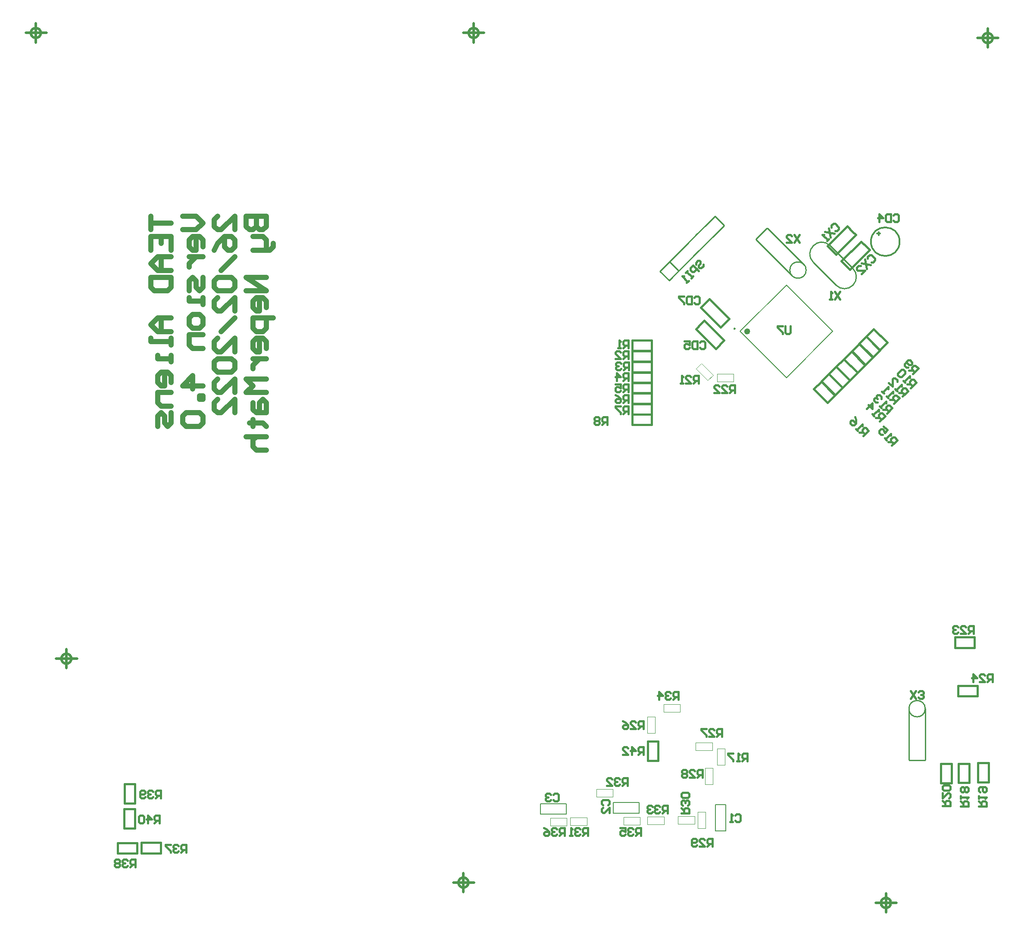
<source format=gbo>
G04*
G04 #@! TF.GenerationSoftware,Altium Limited,Altium Designer,23.3.1 (30)*
G04*
G04 Layer_Color=32896*
%FSLAX44Y44*%
%MOMM*%
G71*
G04*
G04 #@! TF.SameCoordinates,CBA1B8D9-47E8-49AD-825A-66903E3D66A9*
G04*
G04*
G04 #@! TF.FilePolarity,Positive*
G04*
G01*
G75*
%ADD10C,0.5000*%
%ADD11C,0.4000*%
%ADD12C,0.2540*%
%ADD13C,0.2000*%
%ADD14C,0.3500*%
%ADD55C,1.0000*%
%ADD103C,0.6000*%
%ADD104C,0.2500*%
%ADD105C,0.1000*%
D10*
X1022974Y2578750D02*
G03*
X1022974Y2578750I-9724J0D01*
G01*
X1002974Y908750D02*
G03*
X1002974Y908750I-9724J0D01*
G01*
X222974Y1348750D02*
G03*
X222974Y1348750I-9724J0D01*
G01*
X1832974Y868750D02*
G03*
X1832974Y868750I-9724J0D01*
G01*
X2032974Y2568750D02*
G03*
X2032974Y2568750I-9724J0D01*
G01*
X162974Y2578750D02*
G03*
X162974Y2578750I-9724J0D01*
G01*
X1013250D02*
X1034000D01*
X1013250D02*
Y2597500D01*
Y2560000D02*
Y2578750D01*
X993250D02*
X1013250D01*
X993250Y908750D02*
X1014000D01*
X993250D02*
Y927500D01*
Y890000D02*
Y908750D01*
X973250D02*
X993250D01*
X213250Y1348750D02*
X234000D01*
X213250D02*
Y1367500D01*
Y1330000D02*
Y1348750D01*
X193250D02*
X213250D01*
X1823250Y868750D02*
X1844000D01*
X1823250D02*
Y887500D01*
Y850000D02*
Y868750D01*
X1803250D02*
X1823250D01*
X2023250Y2568750D02*
X2044000D01*
X2023250D02*
Y2587500D01*
Y2550000D02*
Y2568750D01*
X2003250D02*
X2023250D01*
X153250Y2578750D02*
X174000D01*
X153250D02*
Y2597500D01*
Y2560000D02*
Y2578750D01*
X133250D02*
X153250D01*
D11*
X1460676Y2007420D02*
X1466686Y2013431D01*
X1505577Y1974540D01*
X1488960Y1957923D02*
X1505577Y1974540D01*
X1450069Y1996814D02*
X1488960Y1957923D01*
X1450069Y1996814D02*
X1460676Y2007420D01*
X1375850Y1148600D02*
Y1186600D01*
X1355100D02*
X1375850D01*
X1355100Y1148600D02*
Y1186600D01*
Y1148600D02*
X1375850D01*
X1965250Y1275000D02*
X2003250D01*
Y1295750D01*
X1965250D02*
X2003250D01*
X1965250Y1275000D02*
Y1295750D01*
X1959250Y1370250D02*
X1997250D01*
Y1391000D01*
X1959250D02*
X1997250D01*
X1959250Y1370250D02*
Y1391000D01*
X327000Y1015750D02*
X327000Y1053750D01*
X327000Y1015750D02*
X347750D01*
X347750Y1053750D01*
X327000D02*
X347750D01*
X360750Y966500D02*
X398750Y966500D01*
Y987250D01*
X360750Y987250D02*
X398750Y987250D01*
X360750Y966500D02*
Y987250D01*
X314400Y965900D02*
X352400Y965900D01*
Y986650D01*
X314400Y986650D02*
X352400Y986650D01*
X314400Y965900D02*
Y986650D01*
X1784986Y1982195D02*
X1811856Y1955325D01*
X1770313Y1967522D02*
X1784986Y1982195D01*
X1770313Y1967522D02*
X1797183Y1940652D01*
X1811856Y1955325D01*
X1755490Y1952360D02*
X1782360Y1925490D01*
X1740817Y1937687D02*
X1755490Y1952360D01*
X1740817Y1937687D02*
X1767687Y1910817D01*
X1782360Y1925490D01*
X1770990Y1968110D02*
X1797860Y1941240D01*
X1756317Y1953437D02*
X1770990Y1968110D01*
X1756317Y1953437D02*
X1783187Y1926567D01*
X1797860Y1941240D01*
X1740434Y1937643D02*
X1767304Y1910773D01*
X1725761Y1922970D02*
X1740434Y1937643D01*
X1725761Y1922970D02*
X1752631Y1896100D01*
X1767304Y1910773D01*
X1725761Y1922970D02*
X1752631Y1896100D01*
X1711089Y1908298D02*
X1725761Y1922970D01*
X1711089Y1908298D02*
X1737959Y1881428D01*
X1752631Y1896100D01*
X1711266Y1908474D02*
X1738136Y1881604D01*
X1696593Y1893802D02*
X1711266Y1908474D01*
X1696593Y1893802D02*
X1723463Y1866932D01*
X1738136Y1881604D01*
X1696240Y1893448D02*
X1723110Y1866579D01*
X1681567Y1878776D02*
X1696240Y1893448D01*
X1681567Y1878776D02*
X1708437Y1851906D01*
X1723110Y1866579D01*
X1324596Y1954244D02*
X1362596Y1954244D01*
Y1974994D01*
X1324596Y1974994D02*
X1362596Y1974994D01*
X1324596Y1974994D02*
X1324596Y1954244D01*
X1324596Y1932731D02*
X1362596Y1932731D01*
Y1953481D01*
X1324596Y1953481D02*
X1362596Y1953481D01*
X1324596Y1932731D02*
Y1953481D01*
Y1911695D02*
X1362596Y1911695D01*
Y1932445D01*
X1324596Y1932445D02*
X1362596Y1932445D01*
X1324596Y1911695D02*
Y1932445D01*
Y1890658D02*
X1362596D01*
Y1911408D01*
X1324596D02*
X1362596D01*
X1324596Y1890658D02*
Y1911408D01*
Y1870683D02*
X1362596Y1870682D01*
Y1891432D01*
X1324596Y1891432D02*
X1362596Y1891432D01*
X1324596Y1870683D02*
Y1891432D01*
Y1850250D02*
X1362596Y1850250D01*
Y1871000D01*
X1324596Y1871000D02*
X1362596Y1871000D01*
X1324596Y1850250D02*
Y1871000D01*
Y1828963D02*
X1362596Y1828963D01*
Y1849713D01*
X1324596Y1849713D02*
X1362596Y1849713D01*
X1324596Y1828963D02*
Y1849713D01*
X1324596Y1808280D02*
X1362596D01*
Y1829030D01*
X1324596D02*
X1362596D01*
X1324596D02*
X1324596Y1808280D01*
X1798990Y1996860D02*
X1825860Y1969990D01*
X1784317Y1982187D02*
X1798990Y1996860D01*
X1784317Y1982187D02*
X1811187Y1955317D01*
X1825860Y1969990D01*
X1931500Y1142500D02*
X1952250D01*
X1952250Y1104500D01*
X1931500D02*
X1952250D01*
X1931500Y1142500D02*
X1931500Y1104500D01*
X1966250Y1142750D02*
X1987000D01*
X1987000Y1104750D02*
X1987000Y1142750D01*
X1966250Y1104750D02*
X1987000D01*
X1966250D02*
X1966250Y1142750D01*
X2004250Y1143750D02*
X2025000D01*
Y1105750D02*
Y1143750D01*
X2004250Y1105750D02*
X2025000D01*
X2004250D02*
Y1143750D01*
X1757920Y2188324D02*
X1763931Y2182314D01*
X1725040Y2143423D02*
X1763931Y2182314D01*
X1708423Y2160040D02*
X1725040Y2143423D01*
X1708423Y2160040D02*
X1747314Y2198931D01*
X1757920Y2188324D01*
X1785170Y2158324D02*
X1791181Y2152314D01*
X1752290Y2113423D02*
X1791181Y2152314D01*
X1735673Y2130040D02*
X1752290Y2113423D01*
X1735673Y2130040D02*
X1774564Y2168931D01*
X1785170Y2158324D01*
X327500Y1064500D02*
X327500Y1102500D01*
X327500Y1064500D02*
X348250D01*
X348250Y1102500D01*
X327500D02*
X348250D01*
X1470176Y2049920D02*
X1476186Y2055931D01*
X1515077Y2017040D01*
X1498460Y2000423D02*
X1515077Y2017040D01*
X1459569Y2039314D02*
X1498460Y2000423D01*
X1459569Y2039314D02*
X1470176Y2049920D01*
X1347250Y1160000D02*
Y1175235D01*
X1339633D01*
X1337093Y1172696D01*
Y1167617D01*
X1339633Y1165078D01*
X1347250D01*
X1342172D02*
X1337093Y1160000D01*
X1324397D02*
Y1175235D01*
X1332015Y1167617D01*
X1321858D01*
X1306623Y1160000D02*
X1316780D01*
X1306623Y1170157D01*
Y1172696D01*
X1309162Y1175235D01*
X1314241D01*
X1316780Y1172696D01*
X1872000Y1270015D02*
X1882157Y1285250D01*
Y1270015D02*
X1872000Y1285250D01*
X1887235Y1272554D02*
X1889774Y1270015D01*
X1894853D01*
X1897392Y1272554D01*
Y1275093D01*
X1894853Y1277633D01*
X1892313D01*
X1894853D01*
X1897392Y1280172D01*
Y1282711D01*
X1894853Y1285250D01*
X1889774D01*
X1887235Y1282711D01*
X348500Y939500D02*
Y954735D01*
X340882D01*
X338343Y952196D01*
Y947117D01*
X340882Y944578D01*
X348500D01*
X343422D02*
X338343Y939500D01*
X333265Y952196D02*
X330726Y954735D01*
X325647D01*
X323108Y952196D01*
Y949657D01*
X325647Y947117D01*
X328187D01*
X325647D01*
X323108Y944578D01*
Y942039D01*
X325647Y939500D01*
X330726D01*
X333265Y942039D01*
X318030Y952196D02*
X315491Y954735D01*
X310412D01*
X307873Y952196D01*
Y949657D01*
X310412Y947117D01*
X307873Y944578D01*
Y942039D01*
X310412Y939500D01*
X315491D01*
X318030Y942039D01*
Y944578D01*
X315491Y947117D01*
X318030Y949657D01*
Y952196D01*
X315491Y947117D02*
X310412D01*
X396000Y1025250D02*
Y1040485D01*
X388382D01*
X385843Y1037946D01*
Y1032868D01*
X388382Y1030328D01*
X396000D01*
X390922D02*
X385843Y1025250D01*
X373147D02*
Y1040485D01*
X380765Y1032868D01*
X370608D01*
X365530Y1037946D02*
X362991Y1040485D01*
X357912D01*
X355373Y1037946D01*
Y1027789D01*
X357912Y1025250D01*
X362991D01*
X365530Y1027789D01*
Y1037946D01*
X398250Y1074250D02*
Y1089485D01*
X390633D01*
X388093Y1086946D01*
Y1081868D01*
X390633Y1079328D01*
X398250D01*
X393172D02*
X388093Y1074250D01*
X383015Y1086946D02*
X380476Y1089485D01*
X375397D01*
X372858Y1086946D01*
Y1084407D01*
X375397Y1081868D01*
X377937D01*
X375397D01*
X372858Y1079328D01*
Y1076789D01*
X375397Y1074250D01*
X380476D01*
X383015Y1076789D01*
X367780D02*
X365241Y1074250D01*
X360162D01*
X357623Y1076789D01*
Y1086946D01*
X360162Y1089485D01*
X365241D01*
X367780Y1086946D01*
Y1084407D01*
X365241Y1081868D01*
X357623D01*
X449000Y967750D02*
Y982985D01*
X441382D01*
X438843Y980446D01*
Y975368D01*
X441382Y972828D01*
X449000D01*
X443922D02*
X438843Y967750D01*
X433765Y980446D02*
X431226Y982985D01*
X426147D01*
X423608Y980446D01*
Y977907D01*
X426147Y975368D01*
X428687D01*
X426147D01*
X423608Y972828D01*
Y970289D01*
X426147Y967750D01*
X431226D01*
X433765Y970289D01*
X418530Y982985D02*
X408373D01*
Y980446D01*
X418530Y970289D01*
Y967750D01*
X1527093Y1040946D02*
X1529633Y1043485D01*
X1534711D01*
X1537250Y1040946D01*
Y1030789D01*
X1534711Y1028250D01*
X1529633D01*
X1527093Y1030789D01*
X1522015Y1028250D02*
X1516937D01*
X1519476D01*
Y1043485D01*
X1522015Y1040946D01*
X1267304Y1061093D02*
X1264765Y1063632D01*
Y1068711D01*
X1267304Y1071250D01*
X1277461D01*
X1280000Y1068711D01*
Y1063632D01*
X1277461Y1061093D01*
X1280000Y1045858D02*
Y1056015D01*
X1269843Y1045858D01*
X1267304D01*
X1264765Y1048397D01*
Y1053476D01*
X1267304Y1056015D01*
X1169843Y1081196D02*
X1172382Y1083735D01*
X1177461D01*
X1180000Y1081196D01*
Y1071039D01*
X1177461Y1068500D01*
X1172382D01*
X1169843Y1071039D01*
X1164765Y1081196D02*
X1162226Y1083735D01*
X1157147D01*
X1154608Y1081196D01*
Y1078657D01*
X1157147Y1076117D01*
X1159687D01*
X1157147D01*
X1154608Y1073578D01*
Y1071039D01*
X1157147Y1068500D01*
X1162226D01*
X1164765Y1071039D01*
X1837719Y2220084D02*
X1840258Y2222624D01*
X1845337D01*
X1847876Y2220084D01*
Y2209928D01*
X1845337Y2207388D01*
X1840258D01*
X1837719Y2209928D01*
X1832641Y2222624D02*
Y2207388D01*
X1825023D01*
X1822484Y2209928D01*
Y2220084D01*
X1825023Y2222624D01*
X1832641D01*
X1809788Y2207388D02*
Y2222624D01*
X1817406Y2215006D01*
X1807249D01*
X1317199Y1959500D02*
Y1974735D01*
X1309581D01*
X1307042Y1972196D01*
Y1967117D01*
X1309581Y1964578D01*
X1317199D01*
X1312121D02*
X1307042Y1959500D01*
X1301964D02*
X1296886D01*
X1299425D01*
Y1974735D01*
X1301964Y1972196D01*
X1317573Y1937939D02*
Y1953174D01*
X1309956D01*
X1307417Y1950635D01*
Y1945556D01*
X1309956Y1943017D01*
X1317573D01*
X1312495D02*
X1307417Y1937939D01*
X1292182D02*
X1302338D01*
X1292182Y1948096D01*
Y1950635D01*
X1294721Y1953174D01*
X1299799D01*
X1302338Y1950635D01*
X1317750Y1916378D02*
Y1931613D01*
X1310132D01*
X1307593Y1929074D01*
Y1923996D01*
X1310132Y1921456D01*
X1317750D01*
X1312672D02*
X1307593Y1916378D01*
X1302515Y1929074D02*
X1299976Y1931613D01*
X1294897D01*
X1292358Y1929074D01*
Y1926535D01*
X1294897Y1923996D01*
X1297437D01*
X1294897D01*
X1292358Y1921456D01*
Y1918917D01*
X1294897Y1916378D01*
X1299976D01*
X1302515Y1918917D01*
X1317220Y1894817D02*
Y1910052D01*
X1309602D01*
X1307063Y1907513D01*
Y1902435D01*
X1309602Y1899895D01*
X1317220D01*
X1312141D02*
X1307063Y1894817D01*
X1294367D02*
Y1910052D01*
X1301985Y1902435D01*
X1291828D01*
X1317043Y1873256D02*
Y1888491D01*
X1309425D01*
X1306886Y1885952D01*
Y1880874D01*
X1309425Y1878334D01*
X1317043D01*
X1311965D02*
X1306886Y1873256D01*
X1291651Y1888491D02*
X1301808D01*
Y1880874D01*
X1296729Y1883413D01*
X1294190D01*
X1291651Y1880874D01*
Y1875795D01*
X1294190Y1873256D01*
X1299269D01*
X1301808Y1875795D01*
X1317346Y1851695D02*
Y1866930D01*
X1309729D01*
X1307189Y1864391D01*
Y1859312D01*
X1309729Y1856773D01*
X1317346D01*
X1312268D02*
X1307189Y1851695D01*
X1291954Y1866930D02*
X1297033Y1864391D01*
X1302111Y1859312D01*
Y1854234D01*
X1299572Y1851695D01*
X1294494D01*
X1291954Y1854234D01*
Y1856773D01*
X1294494Y1859312D01*
X1302111D01*
X1317043Y1830134D02*
Y1845369D01*
X1309425D01*
X1306886Y1842830D01*
Y1837752D01*
X1309425Y1835212D01*
X1317043D01*
X1311965D02*
X1306886Y1830134D01*
X1301808Y1845369D02*
X1291651D01*
Y1842830D01*
X1301808Y1832673D01*
Y1830134D01*
X1275750Y1808750D02*
Y1823985D01*
X1268132D01*
X1265593Y1821446D01*
Y1816367D01*
X1268132Y1813828D01*
X1275750D01*
X1270672D02*
X1265593Y1808750D01*
X1260515Y1821446D02*
X1257976Y1823985D01*
X1252897D01*
X1250358Y1821446D01*
Y1818907D01*
X1252897Y1816367D01*
X1250358Y1813828D01*
Y1811289D01*
X1252897Y1808750D01*
X1257976D01*
X1260515Y1811289D01*
Y1813828D01*
X1257976Y1816367D01*
X1260515Y1818907D01*
Y1821446D01*
X1257976Y1816367D02*
X1252897D01*
X1876000Y1908500D02*
X1886773Y1919273D01*
X1881386Y1924659D01*
X1877796D01*
X1874205Y1921068D01*
Y1917477D01*
X1879591Y1912091D01*
X1876000Y1915682D02*
X1868818D01*
X1867023Y1921068D02*
X1863432D01*
X1859841Y1924659D01*
Y1928250D01*
X1867023Y1935432D01*
X1870614D01*
X1874205Y1931841D01*
Y1928250D01*
X1872409Y1926455D01*
X1868818D01*
X1863432Y1931841D01*
X1872000Y1881000D02*
X1882773Y1891773D01*
X1877386Y1897159D01*
X1873795D01*
X1870204Y1893568D01*
Y1889977D01*
X1875591Y1884591D01*
X1872000Y1888182D02*
X1864818D01*
X1861227Y1891773D02*
X1857636Y1895364D01*
X1859432Y1893568D01*
X1870204Y1904341D01*
Y1900750D01*
X1861227Y1909727D02*
Y1913318D01*
X1857636Y1916909D01*
X1854045D01*
X1846863Y1909727D01*
Y1906137D01*
X1850454Y1902546D01*
X1854045D01*
X1861227Y1909727D01*
X1838750Y1850500D02*
X1849523Y1861273D01*
X1844136Y1866659D01*
X1840545D01*
X1836954Y1863068D01*
Y1859477D01*
X1842341Y1854091D01*
X1838750Y1857682D02*
X1831568D01*
X1827977Y1861273D02*
X1824386Y1864864D01*
X1826182Y1863068D01*
X1836954Y1873841D01*
Y1870250D01*
X1819000D02*
X1815409Y1873841D01*
X1817204Y1872046D01*
X1827977Y1882818D01*
Y1879227D01*
X1856000Y1864250D02*
X1866773Y1875023D01*
X1861386Y1880409D01*
X1857795D01*
X1854205Y1876818D01*
Y1873227D01*
X1859591Y1867841D01*
X1856000Y1871432D02*
X1848818D01*
X1845227Y1875023D02*
X1841636Y1878614D01*
X1843432Y1876818D01*
X1854205Y1887591D01*
Y1884000D01*
X1829068Y1891182D02*
X1836250Y1884000D01*
Y1898364D01*
X1838045Y1900159D01*
X1841636D01*
X1845227Y1896568D01*
Y1892977D01*
X1825000Y1831000D02*
X1835773Y1841773D01*
X1830386Y1847159D01*
X1826796D01*
X1823204Y1843568D01*
Y1839977D01*
X1828591Y1834591D01*
X1825000Y1838182D02*
X1817818D01*
X1814227Y1841773D02*
X1810636Y1845364D01*
X1812432Y1843568D01*
X1823204Y1854341D01*
Y1850750D01*
X1814227Y1859727D02*
Y1863318D01*
X1810636Y1866909D01*
X1807045D01*
X1805250Y1865114D01*
Y1861523D01*
X1807045Y1859727D01*
X1805250Y1861523D01*
X1801659D01*
X1799863Y1859727D01*
Y1856137D01*
X1803454Y1852546D01*
X1807045D01*
X1810750Y1815250D02*
X1821523Y1826023D01*
X1816136Y1831409D01*
X1812545D01*
X1808954Y1827818D01*
Y1824227D01*
X1814341Y1818841D01*
X1810750Y1822432D02*
X1803568D01*
X1799977Y1826023D02*
X1796386Y1829614D01*
X1798182Y1827818D01*
X1808954Y1838591D01*
Y1835000D01*
X1785613Y1840387D02*
X1796386Y1851159D01*
Y1840387D01*
X1789204Y1847569D01*
X1835000Y1767750D02*
X1845773Y1778523D01*
X1840386Y1783909D01*
X1836795D01*
X1833204Y1780318D01*
Y1776727D01*
X1838591Y1771341D01*
X1835000Y1774932D02*
X1827818D01*
X1824227Y1778523D02*
X1820636Y1782114D01*
X1822432Y1780318D01*
X1833204Y1791091D01*
Y1787500D01*
X1818841Y1805455D02*
X1826023Y1798273D01*
X1820636Y1792887D01*
X1818841Y1798273D01*
X1817045Y1800069D01*
X1813454D01*
X1809863Y1796478D01*
Y1792887D01*
X1813454Y1789296D01*
X1817045D01*
X1778500Y1786250D02*
X1789273Y1797023D01*
X1783886Y1802409D01*
X1780295D01*
X1776705Y1798818D01*
Y1795227D01*
X1782091Y1789841D01*
X1778500Y1793432D02*
X1771318D01*
X1767727Y1797023D02*
X1764136Y1800614D01*
X1765932Y1798818D01*
X1776705Y1809591D01*
Y1806000D01*
X1762341Y1823955D02*
X1764136Y1818568D01*
Y1811387D01*
X1760545Y1807796D01*
X1756954D01*
X1753363Y1811387D01*
Y1814978D01*
X1755159Y1816773D01*
X1758750D01*
X1764136Y1811387D01*
X1551250Y1147500D02*
Y1162735D01*
X1543633D01*
X1541093Y1160196D01*
Y1155117D01*
X1543633Y1152578D01*
X1551250D01*
X1546172D02*
X1541093Y1147500D01*
X1536015D02*
X1530937D01*
X1533476D01*
Y1162735D01*
X1536015Y1160196D01*
X1523319Y1162735D02*
X1513162D01*
Y1160196D01*
X1523319Y1150039D01*
Y1147500D01*
X1455500Y1890000D02*
Y1905235D01*
X1447883D01*
X1445343Y1902696D01*
Y1897617D01*
X1447883Y1895078D01*
X1455500D01*
X1450422D02*
X1445343Y1890000D01*
X1430108D02*
X1440265D01*
X1430108Y1900157D01*
Y1902696D01*
X1432647Y1905235D01*
X1437726D01*
X1440265Y1902696D01*
X1425030Y1890000D02*
X1419951D01*
X1422491D01*
Y1905235D01*
X1425030Y1902696D01*
X1526250Y1871500D02*
Y1886735D01*
X1518633D01*
X1516093Y1884196D01*
Y1879117D01*
X1518633Y1876578D01*
X1526250D01*
X1521172D02*
X1516093Y1871500D01*
X1500858D02*
X1511015D01*
X1500858Y1881657D01*
Y1884196D01*
X1503397Y1886735D01*
X1508476D01*
X1511015Y1884196D01*
X1485623Y1871500D02*
X1495780D01*
X1485623Y1881657D01*
Y1884196D01*
X1488162Y1886735D01*
X1493241D01*
X1495780Y1884196D01*
X1995750Y1398250D02*
Y1413485D01*
X1988132D01*
X1985593Y1410946D01*
Y1405867D01*
X1988132Y1403328D01*
X1995750D01*
X1990672D02*
X1985593Y1398250D01*
X1970358D02*
X1980515D01*
X1970358Y1408407D01*
Y1410946D01*
X1972897Y1413485D01*
X1977976D01*
X1980515Y1410946D01*
X1965280D02*
X1962741Y1413485D01*
X1957662D01*
X1955123Y1410946D01*
Y1408407D01*
X1957662Y1405867D01*
X1960202D01*
X1957662D01*
X1955123Y1403328D01*
Y1400789D01*
X1957662Y1398250D01*
X1962741D01*
X1965280Y1400789D01*
X2032750Y1303500D02*
Y1318735D01*
X2025132D01*
X2022593Y1316196D01*
Y1311118D01*
X2025132Y1308578D01*
X2032750D01*
X2027672D02*
X2022593Y1303500D01*
X2007358D02*
X2017515D01*
X2007358Y1313657D01*
Y1316196D01*
X2009897Y1318735D01*
X2014976D01*
X2017515Y1316196D01*
X1994662Y1303500D02*
Y1318735D01*
X2002280Y1311118D01*
X1992123D01*
X1347250Y1210750D02*
Y1225985D01*
X1339633D01*
X1337093Y1223446D01*
Y1218367D01*
X1339633Y1215828D01*
X1347250D01*
X1342172D02*
X1337093Y1210750D01*
X1321858D02*
X1332015D01*
X1321858Y1220907D01*
Y1223446D01*
X1324397Y1225985D01*
X1329476D01*
X1332015Y1223446D01*
X1306623Y1225985D02*
X1311702Y1223446D01*
X1316780Y1218367D01*
Y1213289D01*
X1314241Y1210750D01*
X1309162D01*
X1306623Y1213289D01*
Y1215828D01*
X1309162Y1218367D01*
X1316780D01*
X1500750Y1196000D02*
Y1211235D01*
X1493132D01*
X1490593Y1208696D01*
Y1203617D01*
X1493132Y1201078D01*
X1500750D01*
X1495672D02*
X1490593Y1196000D01*
X1475358D02*
X1485515D01*
X1475358Y1206157D01*
Y1208696D01*
X1477897Y1211235D01*
X1482976D01*
X1485515Y1208696D01*
X1470280Y1211235D02*
X1460123D01*
Y1208696D01*
X1470280Y1198539D01*
Y1196000D01*
X1463250Y1115000D02*
Y1130235D01*
X1455632D01*
X1453093Y1127696D01*
Y1122617D01*
X1455632Y1120078D01*
X1463250D01*
X1458172D02*
X1453093Y1115000D01*
X1437858D02*
X1448015D01*
X1437858Y1125157D01*
Y1127696D01*
X1440397Y1130235D01*
X1445476D01*
X1448015Y1127696D01*
X1432780D02*
X1430241Y1130235D01*
X1425162D01*
X1422623Y1127696D01*
Y1125157D01*
X1425162Y1122617D01*
X1422623Y1120078D01*
Y1117539D01*
X1425162Y1115000D01*
X1430241D01*
X1432780Y1117539D01*
Y1120078D01*
X1430241Y1122617D01*
X1432780Y1125157D01*
Y1127696D01*
X1430241Y1122617D02*
X1425162D01*
X1482000Y979500D02*
Y994735D01*
X1474382D01*
X1471843Y992196D01*
Y987117D01*
X1474382Y984578D01*
X1482000D01*
X1476922D02*
X1471843Y979500D01*
X1456608D02*
X1466765D01*
X1456608Y989657D01*
Y992196D01*
X1459147Y994735D01*
X1464226D01*
X1466765Y992196D01*
X1451530Y982039D02*
X1448991Y979500D01*
X1443912D01*
X1441373Y982039D01*
Y992196D01*
X1443912Y994735D01*
X1448991D01*
X1451530Y992196D01*
Y989657D01*
X1448991Y987117D01*
X1441373D01*
X1421250Y1045000D02*
X1436485D01*
Y1052617D01*
X1433946Y1055157D01*
X1428867D01*
X1426328Y1052617D01*
Y1045000D01*
Y1050078D02*
X1421250Y1055157D01*
X1433946Y1060235D02*
X1436485Y1062774D01*
Y1067853D01*
X1433946Y1070392D01*
X1431407D01*
X1428867Y1067853D01*
Y1065313D01*
Y1067853D01*
X1426328Y1070392D01*
X1423789D01*
X1421250Y1067853D01*
Y1062774D01*
X1423789Y1060235D01*
X1433946Y1075470D02*
X1436485Y1078009D01*
Y1083088D01*
X1433946Y1085627D01*
X1423789D01*
X1421250Y1083088D01*
Y1078009D01*
X1423789Y1075470D01*
X1433946D01*
X1238000Y1001250D02*
Y1016485D01*
X1230383D01*
X1227843Y1013946D01*
Y1008867D01*
X1230383Y1006328D01*
X1238000D01*
X1232922D02*
X1227843Y1001250D01*
X1222765Y1013946D02*
X1220226Y1016485D01*
X1215147D01*
X1212608Y1013946D01*
Y1011407D01*
X1215147Y1008867D01*
X1217687D01*
X1215147D01*
X1212608Y1006328D01*
Y1003789D01*
X1215147Y1001250D01*
X1220226D01*
X1222765Y1003789D01*
X1207530Y1001250D02*
X1202451D01*
X1204991D01*
Y1016485D01*
X1207530Y1013946D01*
X1316000Y1099000D02*
Y1114235D01*
X1308383D01*
X1305843Y1111696D01*
Y1106618D01*
X1308383Y1104078D01*
X1316000D01*
X1310922D02*
X1305843Y1099000D01*
X1300765Y1111696D02*
X1298226Y1114235D01*
X1293147D01*
X1290608Y1111696D01*
Y1109157D01*
X1293147Y1106618D01*
X1295687D01*
X1293147D01*
X1290608Y1104078D01*
Y1101539D01*
X1293147Y1099000D01*
X1298226D01*
X1300765Y1101539D01*
X1275373Y1099000D02*
X1285530D01*
X1275373Y1109157D01*
Y1111696D01*
X1277912Y1114235D01*
X1282991D01*
X1285530Y1111696D01*
X1394750Y1045250D02*
Y1060485D01*
X1387133D01*
X1384593Y1057946D01*
Y1052868D01*
X1387133Y1050328D01*
X1394750D01*
X1389672D02*
X1384593Y1045250D01*
X1379515Y1057946D02*
X1376976Y1060485D01*
X1371897D01*
X1369358Y1057946D01*
Y1055407D01*
X1371897Y1052868D01*
X1374437D01*
X1371897D01*
X1369358Y1050328D01*
Y1047789D01*
X1371897Y1045250D01*
X1376976D01*
X1379515Y1047789D01*
X1364280Y1057946D02*
X1361741Y1060485D01*
X1356662D01*
X1354123Y1057946D01*
Y1055407D01*
X1356662Y1052868D01*
X1359202D01*
X1356662D01*
X1354123Y1050328D01*
Y1047789D01*
X1356662Y1045250D01*
X1361741D01*
X1364280Y1047789D01*
X1415826Y1268368D02*
Y1283603D01*
X1408208D01*
X1405669Y1281064D01*
Y1275985D01*
X1408208Y1273446D01*
X1415826D01*
X1410748D02*
X1405669Y1268368D01*
X1400591Y1281064D02*
X1398052Y1283603D01*
X1392973D01*
X1390434Y1281064D01*
Y1278525D01*
X1392973Y1275985D01*
X1395513D01*
X1392973D01*
X1390434Y1273446D01*
Y1270907D01*
X1392973Y1268368D01*
X1398052D01*
X1400591Y1270907D01*
X1377738Y1268368D02*
Y1283603D01*
X1385356Y1275985D01*
X1375199D01*
X1342000Y1001000D02*
Y1016235D01*
X1334382D01*
X1331843Y1013696D01*
Y1008617D01*
X1334382Y1006078D01*
X1342000D01*
X1336922D02*
X1331843Y1001000D01*
X1326765Y1013696D02*
X1324226Y1016235D01*
X1319147D01*
X1316608Y1013696D01*
Y1011157D01*
X1319147Y1008617D01*
X1321687D01*
X1319147D01*
X1316608Y1006078D01*
Y1003539D01*
X1319147Y1001000D01*
X1324226D01*
X1326765Y1003539D01*
X1301373Y1016235D02*
X1311530D01*
Y1008617D01*
X1306452Y1011157D01*
X1303912D01*
X1301373Y1008617D01*
Y1003539D01*
X1303912Y1001000D01*
X1308991D01*
X1311530Y1003539D01*
X1191750Y1001000D02*
Y1016235D01*
X1184133D01*
X1181593Y1013696D01*
Y1008617D01*
X1184133Y1006078D01*
X1191750D01*
X1186672D02*
X1181593Y1001000D01*
X1176515Y1013696D02*
X1173976Y1016235D01*
X1168897D01*
X1166358Y1013696D01*
Y1011157D01*
X1168897Y1008617D01*
X1171437D01*
X1168897D01*
X1166358Y1006078D01*
Y1003539D01*
X1168897Y1001000D01*
X1173976D01*
X1176515Y1003539D01*
X1151123Y1016235D02*
X1156201Y1013696D01*
X1161280Y1008617D01*
Y1003539D01*
X1158741Y1001000D01*
X1153662D01*
X1151123Y1003539D01*
Y1006078D01*
X1153662Y1008617D01*
X1161280D01*
X1449841Y2123795D02*
Y2127386D01*
X1453432Y2130977D01*
X1457023D01*
X1458818Y2129182D01*
Y2125591D01*
X1455227Y2122000D01*
Y2118409D01*
X1457023Y2116614D01*
X1460614D01*
X1464205Y2120204D01*
Y2123795D01*
X1455227Y2111227D02*
X1444454Y2122000D01*
X1439068Y2116614D01*
Y2113023D01*
X1442659Y2109432D01*
X1446250D01*
X1451636Y2114818D01*
X1433681Y2111227D02*
X1430091Y2107636D01*
X1431886Y2109432D01*
X1442659Y2098659D01*
X1444454Y2100454D01*
X1440863Y2096863D01*
X1435477Y2091477D02*
X1431886Y2087886D01*
X1433681Y2089682D01*
X1422909Y2100454D01*
X1426500D01*
X1635750Y2002485D02*
Y1989789D01*
X1633211Y1987250D01*
X1628132D01*
X1625593Y1989789D01*
Y2002485D01*
X1620515D02*
X1610358D01*
Y1999946D01*
X1620515Y1989789D01*
Y1987250D01*
X1653250Y2182235D02*
X1643093Y2167000D01*
Y2182235D02*
X1653250Y2167000D01*
X1627858D02*
X1638015D01*
X1627858Y2177157D01*
Y2179696D01*
X1630397Y2182235D01*
X1635476D01*
X1638015Y2179696D01*
X1716341Y2196796D02*
Y2200386D01*
X1719932Y2203977D01*
X1723523D01*
X1730704Y2196796D01*
Y2193204D01*
X1727114Y2189614D01*
X1723523D01*
X1710954Y2195000D02*
X1714545Y2177045D01*
X1703772Y2187818D02*
X1721727Y2184227D01*
X1710954Y2173454D02*
X1707363Y2169863D01*
X1709159Y2171659D01*
X1698386Y2182432D01*
X1701977D01*
X1787591Y2135295D02*
Y2138886D01*
X1791182Y2142477D01*
X1794773D01*
X1801954Y2135296D01*
Y2131705D01*
X1798364Y2128114D01*
X1794773D01*
X1782204Y2133500D02*
X1785795Y2115545D01*
X1775022Y2126318D02*
X1792977Y2122727D01*
X1775022Y2104772D02*
X1782204Y2111954D01*
X1767841D01*
X1766045Y2113750D01*
Y2117341D01*
X1769636Y2120932D01*
X1773227D01*
X1970250Y1058250D02*
X1985485D01*
Y1065867D01*
X1982946Y1068407D01*
X1977867D01*
X1975328Y1065867D01*
Y1058250D01*
Y1063328D02*
X1970250Y1068407D01*
Y1073485D02*
Y1078563D01*
Y1076024D01*
X1985485D01*
X1982946Y1073485D01*
Y1086181D02*
X1985485Y1088720D01*
Y1093799D01*
X1982946Y1096338D01*
X1980407D01*
X1977867Y1093799D01*
X1975328Y1096338D01*
X1972789D01*
X1970250Y1093799D01*
Y1088720D01*
X1972789Y1086181D01*
X1975328D01*
X1977867Y1088720D01*
X1980407Y1086181D01*
X1982946D01*
X1977867Y1088720D02*
Y1093799D01*
X2006000Y1058250D02*
X2021235D01*
Y1065867D01*
X2018696Y1068407D01*
X2013618D01*
X2011078Y1065867D01*
Y1058250D01*
Y1063328D02*
X2006000Y1068407D01*
Y1073485D02*
Y1078563D01*
Y1076024D01*
X2021235D01*
X2018696Y1073485D01*
X2008539Y1086181D02*
X2006000Y1088720D01*
Y1093799D01*
X2008539Y1096338D01*
X2018696D01*
X2021235Y1093799D01*
Y1088720D01*
X2018696Y1086181D01*
X2016157D01*
X2013618Y1088720D01*
Y1096338D01*
X1934500Y1059000D02*
X1949735D01*
Y1066618D01*
X1947196Y1069157D01*
X1942117D01*
X1939578Y1066618D01*
Y1059000D01*
Y1064078D02*
X1934500Y1069157D01*
Y1084392D02*
Y1074235D01*
X1944657Y1084392D01*
X1947196D01*
X1949735Y1081853D01*
Y1076774D01*
X1947196Y1074235D01*
Y1089470D02*
X1949735Y1092009D01*
Y1097088D01*
X1947196Y1099627D01*
X1937039D01*
X1934500Y1097088D01*
Y1092009D01*
X1937039Y1089470D01*
X1947196D01*
X1732750Y2070235D02*
X1722593Y2055000D01*
Y2070235D02*
X1732750Y2055000D01*
X1717515D02*
X1712437D01*
X1714976D01*
Y2070235D01*
X1717515Y2067696D01*
X1458093Y1970196D02*
X1460632Y1972735D01*
X1465711D01*
X1468250Y1970196D01*
Y1960039D01*
X1465711Y1957500D01*
X1460632D01*
X1458093Y1960039D01*
X1453015Y1972735D02*
Y1957500D01*
X1445397D01*
X1442858Y1960039D01*
Y1970196D01*
X1445397Y1972735D01*
X1453015D01*
X1427623D02*
X1437780D01*
Y1965117D01*
X1432702Y1967657D01*
X1430162D01*
X1427623Y1965117D01*
Y1960039D01*
X1430162Y1957500D01*
X1435241D01*
X1437780Y1960039D01*
X1446843Y2058196D02*
X1449382Y2060735D01*
X1454461D01*
X1457000Y2058196D01*
Y2048039D01*
X1454461Y2045500D01*
X1449382D01*
X1446843Y2048039D01*
X1441765Y2060735D02*
Y2045500D01*
X1434147D01*
X1431608Y2048039D01*
Y2058196D01*
X1434147Y2060735D01*
X1441765D01*
X1426530D02*
X1416373D01*
Y2058196D01*
X1426530Y2048039D01*
Y2045500D01*
D12*
X1900451Y1250500D02*
G03*
X1900451Y1250500I-16000J0D01*
G01*
X1725419Y2082847D02*
G03*
X1758370Y2115799I16476J16476D01*
G01*
X1713610Y2160558D02*
G03*
X1680800Y2127749I-16405J-16405D01*
G01*
X1666532Y2112636D02*
G03*
X1666532Y2112636I-16000J0D01*
G01*
X1868501Y1150000D02*
X1869501Y1149000D01*
X1868501Y1150000D02*
Y1250500D01*
X1869501Y1149000D02*
X1899900D01*
X1900451Y1149550D01*
X1900451Y1250500D01*
X1713610Y2160558D02*
X1758370Y2115799D01*
X1680800Y2127749D02*
X1725701Y2082847D01*
X1567836Y2172704D02*
X1639218Y2101322D01*
X1567836Y2172704D02*
Y2173483D01*
X1589332Y2194978D01*
X1590746D02*
X1661810Y2123914D01*
X1589332Y2194978D02*
X1590746D01*
X1469375Y2200444D02*
Y2200585D01*
X1487123Y2218334D01*
X1504872Y2200585D01*
Y2200020D02*
Y2200585D01*
X1487265Y2182413D02*
X1504872Y2200020D01*
X1379431Y2110359D02*
X1397321Y2092469D01*
X1379431Y2110359D02*
Y2110500D01*
X1433383Y2164452D01*
X1451344Y2146350D02*
Y2146492D01*
X1451202Y2146350D02*
X1451344D01*
X1397321Y2092469D02*
X1451202Y2146350D01*
X1433383Y2164452D02*
X1451414Y2182484D01*
X1398593Y2128956D02*
X1416201Y2111349D01*
X1451344Y2146492D02*
X1487265Y2182413D01*
X1469375Y2200444D02*
Y2200585D01*
X1451414Y2182484D02*
X1469375Y2200444D01*
D13*
X1287250Y1056750D02*
X1287250Y1065750D01*
X1338750Y1065750D01*
Y1045250D02*
Y1065750D01*
X1287250Y1045250D02*
X1338750Y1045250D01*
X1287250Y1056750D02*
X1287250Y1045250D01*
X1144250Y1054500D02*
Y1063500D01*
X1195750D01*
Y1043000D02*
Y1063500D01*
X1144250Y1043000D02*
X1195750D01*
X1144250D02*
Y1054500D01*
X1627750Y2083217D02*
X1718967Y1992000D01*
X1536533D02*
X1627750Y1900783D01*
X1718967Y1992000D01*
X1536533D02*
X1627750Y2083217D01*
X1488250Y1010250D02*
X1497250Y1010250D01*
X1488250Y1010250D02*
Y1061750D01*
X1508750D01*
Y1010250D02*
Y1061750D01*
X1497250Y1010250D02*
X1508750Y1010250D01*
D14*
X1850145Y2168500D02*
G03*
X1850145Y2168500I-28145J0D01*
G01*
X1805850Y2184200D02*
X1811600D01*
X1808900Y2187200D02*
X1808900Y2180950D01*
D55*
X566263Y2218500D02*
X606250D01*
Y2198506D01*
X599585Y2191842D01*
X592921D01*
X586256Y2198506D01*
Y2218500D01*
Y2198506D01*
X579592Y2191842D01*
X572927D01*
X566263Y2198506D01*
Y2218500D01*
X579592Y2178513D02*
X599585D01*
X606250Y2171848D01*
Y2151855D01*
X612915D01*
X619579Y2158519D01*
Y2165184D01*
X606250Y2151855D02*
X579592D01*
X606250Y2098539D02*
X566263D01*
X606250Y2071881D01*
X566263D01*
X606250Y2038558D02*
Y2051887D01*
X599585Y2058552D01*
X586256D01*
X579592Y2051887D01*
Y2038558D01*
X586256Y2031894D01*
X592921D01*
Y2058552D01*
X619579Y2018565D02*
X579592D01*
Y1998571D01*
X586256Y1991907D01*
X599585D01*
X606250Y1998571D01*
Y2018565D01*
Y1958584D02*
Y1971913D01*
X599585Y1978578D01*
X586256D01*
X579592Y1971913D01*
Y1958584D01*
X586256Y1951920D01*
X592921D01*
Y1978578D01*
X579592Y1938591D02*
X606250D01*
X592921D01*
X586256Y1931926D01*
X579592Y1925262D01*
Y1918597D01*
X606250Y1898604D02*
X566263D01*
X579592Y1885275D01*
X566263Y1871945D01*
X606250D01*
X579592Y1851952D02*
Y1838623D01*
X586256Y1831958D01*
X606250D01*
Y1851952D01*
X599585Y1858616D01*
X592921Y1851952D01*
Y1831958D01*
X572927Y1811965D02*
X579592D01*
Y1818629D01*
Y1805300D01*
Y1811965D01*
X599585D01*
X606250Y1805300D01*
X566263Y1785307D02*
X606250D01*
X586256D01*
X579592Y1778642D01*
Y1765313D01*
X586256Y1758649D01*
X606250D01*
X543917Y2191842D02*
Y2218500D01*
X517259Y2191842D01*
X510594D01*
X503930Y2198506D01*
Y2211836D01*
X510594Y2218500D01*
X503930Y2151855D02*
X510594Y2165184D01*
X523923Y2178513D01*
X537252D01*
X543917Y2171848D01*
Y2158519D01*
X537252Y2151855D01*
X530588D01*
X523923Y2158519D01*
Y2178513D01*
X543917Y2138526D02*
X517259Y2111868D01*
X510594Y2098539D02*
X503930Y2091874D01*
Y2078545D01*
X510594Y2071881D01*
X537252D01*
X543917Y2078545D01*
Y2091874D01*
X537252Y2098539D01*
X510594D01*
X543917Y2031894D02*
Y2058552D01*
X517259Y2031894D01*
X510594D01*
X503930Y2038558D01*
Y2051887D01*
X510594Y2058552D01*
X543917Y2018565D02*
X517259Y1991907D01*
X543917Y1951920D02*
Y1978578D01*
X517259Y1951920D01*
X510594D01*
X503930Y1958584D01*
Y1971913D01*
X510594Y1978578D01*
Y1938591D02*
X503930Y1931926D01*
Y1918597D01*
X510594Y1911933D01*
X537252D01*
X543917Y1918597D01*
Y1931926D01*
X537252Y1938591D01*
X510594D01*
X543917Y1871945D02*
Y1898604D01*
X517259Y1871945D01*
X510594D01*
X503930Y1878610D01*
Y1891939D01*
X510594Y1898604D01*
X543917Y1831958D02*
Y1858616D01*
X517259Y1831958D01*
X510594D01*
X503930Y1838623D01*
Y1851952D01*
X510594Y1858616D01*
X441596Y2218500D02*
X468254D01*
X481583Y2205171D01*
X468254Y2191842D01*
X441596D01*
X481583Y2158519D02*
Y2171848D01*
X474919Y2178513D01*
X461590D01*
X454925Y2171848D01*
Y2158519D01*
X461590Y2151855D01*
X468254D01*
Y2178513D01*
X454925Y2138526D02*
X481583D01*
X468254D01*
X461590Y2131861D01*
X454925Y2125197D01*
Y2118532D01*
X481583Y2098539D02*
Y2078545D01*
X474919Y2071881D01*
X468254Y2078545D01*
Y2091874D01*
X461590Y2098539D01*
X454925Y2091874D01*
Y2071881D01*
X481583Y2058552D02*
Y2045223D01*
Y2051887D01*
X454925D01*
Y2058552D01*
X481583Y2018565D02*
Y2005236D01*
X474919Y1998571D01*
X461590D01*
X454925Y2005236D01*
Y2018565D01*
X461590Y2025229D01*
X474919D01*
X481583Y2018565D01*
Y1985242D02*
X454925D01*
Y1965249D01*
X461590Y1958584D01*
X481583D01*
Y1885275D02*
X441596D01*
X461590Y1905268D01*
Y1878610D01*
X481583Y1865281D02*
X474919D01*
Y1858616D01*
X481583D01*
Y1865281D01*
X448261Y1831958D02*
X441596Y1825294D01*
Y1811965D01*
X448261Y1805300D01*
X474919D01*
X481583Y1811965D01*
Y1825294D01*
X474919Y1831958D01*
X448261D01*
X379263Y2218500D02*
Y2191842D01*
Y2205171D01*
X419250D01*
X379263Y2151855D02*
Y2178513D01*
X419250D01*
Y2151855D01*
X399257Y2178513D02*
Y2165184D01*
X419250Y2138526D02*
X392592D01*
X379263Y2125197D01*
X392592Y2111868D01*
X419250D01*
X399257D01*
Y2138526D01*
X379263Y2098539D02*
X419250D01*
Y2078545D01*
X412585Y2071881D01*
X385928D01*
X379263Y2078545D01*
Y2098539D01*
X419250Y2018565D02*
X392592D01*
X379263Y2005236D01*
X392592Y1991907D01*
X419250D01*
X399257D01*
Y2018565D01*
X419250Y1978578D02*
Y1965249D01*
Y1971913D01*
X379263D01*
Y1978578D01*
X419250Y1945255D02*
Y1931926D01*
Y1938591D01*
X392592D01*
Y1945255D01*
X419250Y1891939D02*
Y1905268D01*
X412585Y1911933D01*
X399257D01*
X392592Y1905268D01*
Y1891939D01*
X399257Y1885275D01*
X405921D01*
Y1911933D01*
X419250Y1871945D02*
X392592D01*
Y1851952D01*
X399257Y1845287D01*
X419250D01*
Y1831958D02*
Y1811965D01*
X412585Y1805300D01*
X405921Y1811965D01*
Y1825294D01*
X399257Y1831958D01*
X392592Y1825294D01*
Y1805300D01*
D103*
X1553675Y1992000D02*
G03*
X1553675Y1992000I-3000J0D01*
G01*
D104*
X1527000Y1997480D02*
G03*
X1527000Y1997480I-1250J0D01*
G01*
D105*
X1460977Y1929265D02*
X1483782Y1906461D01*
X1450017Y1918659D02*
X1460624Y1929265D01*
X1450017Y1918659D02*
X1472998Y1895678D01*
X1483782Y1906461D01*
X1491740Y1908200D02*
X1523990D01*
X1491490Y1892950D02*
Y1907950D01*
Y1892950D02*
X1523990D01*
X1523990Y1908200D02*
X1523990Y1892950D01*
X1506950Y1171760D02*
X1506950Y1139510D01*
X1491700Y1172010D02*
X1506700D01*
X1491700Y1139510D02*
Y1172010D01*
Y1139510D02*
X1506950Y1139510D01*
X1163760Y1020550D02*
X1196010D01*
X1196260Y1020800D02*
Y1035800D01*
X1163760D02*
X1196260D01*
X1163760D02*
X1163760Y1020550D01*
X1203260Y1021300D02*
X1235510D01*
X1235760Y1021550D02*
Y1036550D01*
X1203260D02*
X1235760D01*
X1203260Y1021300D02*
X1203260Y1036550D01*
X1254260Y1077050D02*
X1286510D01*
X1286760Y1077300D02*
Y1092300D01*
X1254260D02*
X1286760D01*
X1254260Y1077050D02*
Y1092300D01*
X1307760Y1021800D02*
X1340010D01*
X1340260Y1037050D02*
X1340260Y1022050D01*
X1307760Y1037050D02*
X1340260Y1037050D01*
X1307760Y1021800D02*
Y1037050D01*
X1369450Y1202510D02*
Y1234760D01*
X1354200Y1235010D02*
X1369200Y1235010D01*
X1354200Y1202510D02*
X1354200Y1235010D01*
X1354200Y1202510D02*
X1369450Y1202510D01*
X1415240Y1039200D02*
X1447490Y1039200D01*
X1414990Y1023950D02*
Y1038950D01*
Y1023950D02*
X1447490D01*
Y1039200D01*
X1386760Y1243550D02*
X1419010D01*
X1419260Y1243800D02*
Y1258800D01*
X1386760D02*
X1419260D01*
X1386760D02*
X1386760Y1243550D01*
X1483450Y1101510D02*
X1483450Y1133760D01*
X1468200Y1134010D02*
X1483200Y1134010D01*
X1468200Y1101510D02*
Y1134010D01*
Y1101510D02*
X1483450Y1101510D01*
X1449760Y1168800D02*
X1482010Y1168800D01*
X1482260Y1184050D02*
X1482260Y1169050D01*
X1449760Y1184050D02*
X1482260D01*
X1449760Y1168800D02*
Y1184050D01*
X1354760Y1023050D02*
X1387010D01*
X1387260Y1023300D02*
Y1038300D01*
X1354760D02*
X1387260D01*
X1354760Y1023050D02*
X1354760Y1038300D01*
X1468950Y1015010D02*
Y1047260D01*
X1453700Y1047510D02*
X1468700Y1047510D01*
X1453700Y1015010D02*
Y1047510D01*
Y1015010D02*
X1468950Y1015010D01*
M02*

</source>
